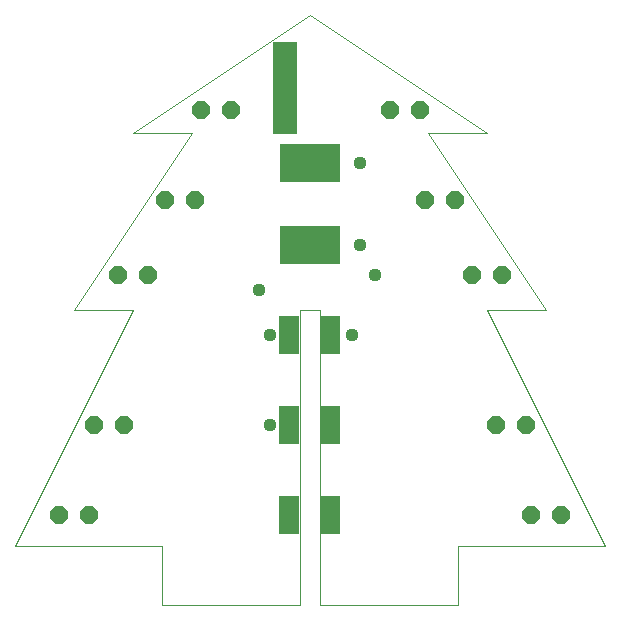
<source format=gts>
G75*
G70*
%OFA0B0*%
%FSLAX24Y24*%
%IPPOS*%
%LPD*%
%AMOC8*
5,1,8,0,0,1.08239X$1,22.5*
%
%ADD10C,0.0000*%
%ADD11OC8,0.0600*%
%ADD12R,0.2049X0.1261*%
%ADD13R,0.0671X0.1261*%
%ADD14R,0.0830X0.3080*%
%ADD15C,0.0437*%
D10*
X000111Y002079D02*
X004048Y009953D01*
X002079Y009953D01*
X006016Y015859D01*
X004048Y015859D01*
X009953Y019796D01*
X015859Y015859D01*
X013890Y015859D01*
X017827Y009953D01*
X015859Y009953D01*
X019796Y002079D01*
X014890Y002079D01*
X014890Y000111D01*
X010288Y000111D01*
X010288Y009953D01*
X009619Y009953D01*
X009619Y000111D01*
X005016Y000111D01*
X005016Y002079D01*
X000111Y002079D01*
D11*
X001579Y003111D03*
X002579Y003111D03*
X002760Y006111D03*
X003760Y006111D03*
X003548Y011111D03*
X004548Y011111D03*
X005123Y013611D03*
X006123Y013611D03*
X006304Y016611D03*
X007304Y016611D03*
X012603Y016611D03*
X013603Y016611D03*
X013784Y013611D03*
X014784Y013611D03*
X015359Y011111D03*
X016359Y011111D03*
X016146Y006111D03*
X017146Y006111D03*
X017327Y003111D03*
X018327Y003111D03*
D12*
X009953Y012111D03*
X009953Y014861D03*
D13*
X010611Y009111D03*
X009236Y009111D03*
X009236Y006111D03*
X010611Y006111D03*
X010611Y003111D03*
X009236Y003111D03*
D14*
X009111Y017361D03*
D15*
X011611Y014861D03*
X011611Y012111D03*
X012111Y011111D03*
X011361Y009111D03*
X008611Y009111D03*
X008236Y010611D03*
X008611Y006111D03*
M02*

</source>
